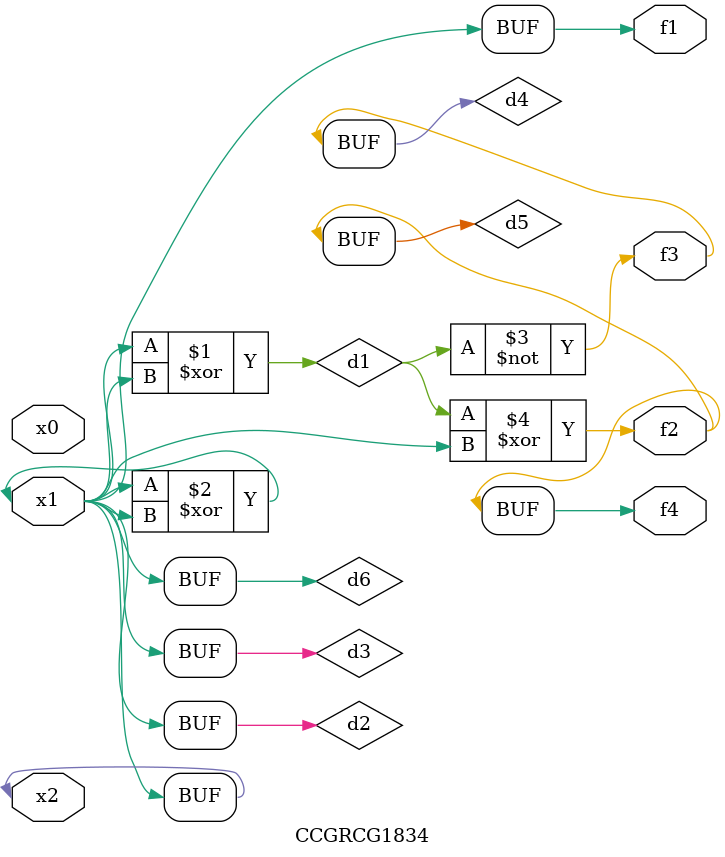
<source format=v>
module CCGRCG1834(
	input x0, x1, x2,
	output f1, f2, f3, f4
);

	wire d1, d2, d3, d4, d5, d6;

	xor (d1, x1, x2);
	buf (d2, x1, x2);
	xor (d3, x1, x2);
	nor (d4, d1);
	xor (d5, d1, d2);
	buf (d6, d2, d3);
	assign f1 = d6;
	assign f2 = d5;
	assign f3 = d4;
	assign f4 = d5;
endmodule

</source>
